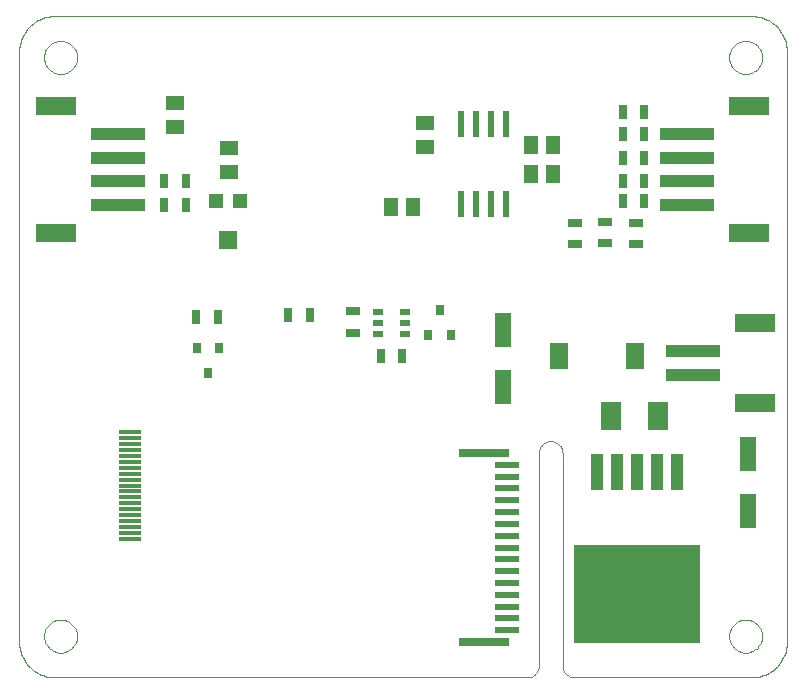
<source format=gtp>
G75*
%MOIN*%
%OFA0B0*%
%FSLAX24Y24*%
%IPPOS*%
%LPD*%
%AMOC8*
5,1,8,0,0,1.08239X$1,22.5*
%
%ADD10C,0.0000*%
%ADD11R,0.0512X0.0630*%
%ADD12R,0.0630X0.0512*%
%ADD13R,0.0591X0.0630*%
%ADD14R,0.0472X0.0472*%
%ADD15R,0.0315X0.0472*%
%ADD16R,0.1811X0.0394*%
%ADD17R,0.1339X0.0630*%
%ADD18R,0.0315X0.0354*%
%ADD19R,0.0354X0.0236*%
%ADD20R,0.0472X0.0315*%
%ADD21R,0.0787X0.0236*%
%ADD22R,0.1654X0.0276*%
%ADD23R,0.0748X0.0118*%
%ADD24R,0.0551X0.1181*%
%ADD25R,0.0400X0.1201*%
%ADD26R,0.4197X0.3299*%
%ADD27R,0.0591X0.0866*%
%ADD28R,0.0709X0.0945*%
%ADD29R,0.0240X0.0870*%
D10*
X001331Y000150D02*
X017079Y000150D01*
X017118Y000152D01*
X017156Y000158D01*
X017193Y000167D01*
X017230Y000180D01*
X017265Y000197D01*
X017298Y000216D01*
X017329Y000239D01*
X017358Y000265D01*
X017384Y000294D01*
X017407Y000325D01*
X017426Y000358D01*
X017443Y000393D01*
X017456Y000430D01*
X017465Y000467D01*
X017471Y000505D01*
X017473Y000544D01*
X017473Y007630D01*
X017475Y007669D01*
X017481Y007707D01*
X017490Y007744D01*
X017503Y007781D01*
X017520Y007816D01*
X017539Y007849D01*
X017562Y007880D01*
X017588Y007909D01*
X017617Y007935D01*
X017648Y007958D01*
X017681Y007977D01*
X017716Y007994D01*
X017753Y008007D01*
X017790Y008016D01*
X017828Y008022D01*
X017867Y008024D01*
X017906Y008022D01*
X017944Y008016D01*
X017981Y008007D01*
X018018Y007994D01*
X018053Y007977D01*
X018086Y007958D01*
X018117Y007935D01*
X018146Y007909D01*
X018172Y007880D01*
X018195Y007849D01*
X018214Y007816D01*
X018231Y007781D01*
X018244Y007744D01*
X018253Y007707D01*
X018259Y007669D01*
X018261Y007630D01*
X018260Y007630D02*
X018260Y000544D01*
X018262Y000505D01*
X018268Y000467D01*
X018277Y000430D01*
X018290Y000393D01*
X018307Y000358D01*
X018326Y000325D01*
X018349Y000294D01*
X018375Y000265D01*
X018404Y000239D01*
X018435Y000216D01*
X018468Y000197D01*
X018503Y000180D01*
X018540Y000167D01*
X018577Y000158D01*
X018615Y000152D01*
X018654Y000150D01*
X024559Y000150D01*
X024625Y000152D01*
X024691Y000157D01*
X024757Y000167D01*
X024822Y000180D01*
X024886Y000196D01*
X024949Y000216D01*
X025011Y000240D01*
X025071Y000267D01*
X025130Y000297D01*
X025187Y000331D01*
X025242Y000368D01*
X025295Y000408D01*
X025346Y000450D01*
X025394Y000496D01*
X025440Y000544D01*
X025482Y000595D01*
X025522Y000648D01*
X025559Y000703D01*
X025593Y000760D01*
X025623Y000819D01*
X025650Y000879D01*
X025674Y000941D01*
X025694Y001004D01*
X025710Y001068D01*
X025723Y001133D01*
X025733Y001199D01*
X025738Y001265D01*
X025740Y001331D01*
X025741Y001331D02*
X025741Y021016D01*
X025740Y021016D02*
X025738Y021082D01*
X025733Y021148D01*
X025723Y021214D01*
X025710Y021279D01*
X025694Y021343D01*
X025674Y021406D01*
X025650Y021468D01*
X025623Y021528D01*
X025593Y021587D01*
X025559Y021644D01*
X025522Y021699D01*
X025482Y021752D01*
X025440Y021803D01*
X025394Y021851D01*
X025346Y021897D01*
X025295Y021939D01*
X025242Y021979D01*
X025187Y022016D01*
X025130Y022050D01*
X025071Y022080D01*
X025011Y022107D01*
X024949Y022131D01*
X024886Y022151D01*
X024822Y022167D01*
X024757Y022180D01*
X024691Y022190D01*
X024625Y022195D01*
X024559Y022197D01*
X001331Y022197D01*
X001265Y022195D01*
X001199Y022190D01*
X001133Y022180D01*
X001068Y022167D01*
X001004Y022151D01*
X000941Y022131D01*
X000879Y022107D01*
X000819Y022080D01*
X000760Y022050D01*
X000703Y022016D01*
X000648Y021979D01*
X000595Y021939D01*
X000544Y021897D01*
X000496Y021851D01*
X000450Y021803D01*
X000408Y021752D01*
X000368Y021699D01*
X000331Y021644D01*
X000297Y021587D01*
X000267Y021528D01*
X000240Y021468D01*
X000216Y021406D01*
X000196Y021343D01*
X000180Y021279D01*
X000167Y021214D01*
X000157Y021148D01*
X000152Y021082D01*
X000150Y021016D01*
X000150Y001331D01*
X000152Y001265D01*
X000157Y001199D01*
X000167Y001133D01*
X000180Y001068D01*
X000196Y001004D01*
X000216Y000941D01*
X000240Y000879D01*
X000267Y000819D01*
X000297Y000760D01*
X000331Y000703D01*
X000368Y000648D01*
X000408Y000595D01*
X000450Y000544D01*
X000496Y000496D01*
X000544Y000450D01*
X000595Y000408D01*
X000648Y000368D01*
X000703Y000331D01*
X000760Y000297D01*
X000819Y000267D01*
X000879Y000240D01*
X000941Y000216D01*
X001004Y000196D01*
X001068Y000180D01*
X001133Y000167D01*
X001199Y000157D01*
X001265Y000152D01*
X001331Y000150D01*
X000977Y001528D02*
X000979Y001575D01*
X000985Y001621D01*
X000995Y001667D01*
X001008Y001712D01*
X001026Y001755D01*
X001047Y001797D01*
X001071Y001837D01*
X001099Y001874D01*
X001130Y001909D01*
X001164Y001942D01*
X001200Y001971D01*
X001239Y001997D01*
X001280Y002020D01*
X001323Y002039D01*
X001367Y002055D01*
X001412Y002067D01*
X001458Y002075D01*
X001505Y002079D01*
X001551Y002079D01*
X001598Y002075D01*
X001644Y002067D01*
X001689Y002055D01*
X001733Y002039D01*
X001776Y002020D01*
X001817Y001997D01*
X001856Y001971D01*
X001892Y001942D01*
X001926Y001909D01*
X001957Y001874D01*
X001985Y001837D01*
X002009Y001797D01*
X002030Y001755D01*
X002048Y001712D01*
X002061Y001667D01*
X002071Y001621D01*
X002077Y001575D01*
X002079Y001528D01*
X002077Y001481D01*
X002071Y001435D01*
X002061Y001389D01*
X002048Y001344D01*
X002030Y001301D01*
X002009Y001259D01*
X001985Y001219D01*
X001957Y001182D01*
X001926Y001147D01*
X001892Y001114D01*
X001856Y001085D01*
X001817Y001059D01*
X001776Y001036D01*
X001733Y001017D01*
X001689Y001001D01*
X001644Y000989D01*
X001598Y000981D01*
X001551Y000977D01*
X001505Y000977D01*
X001458Y000981D01*
X001412Y000989D01*
X001367Y001001D01*
X001323Y001017D01*
X001280Y001036D01*
X001239Y001059D01*
X001200Y001085D01*
X001164Y001114D01*
X001130Y001147D01*
X001099Y001182D01*
X001071Y001219D01*
X001047Y001259D01*
X001026Y001301D01*
X001008Y001344D01*
X000995Y001389D01*
X000985Y001435D01*
X000979Y001481D01*
X000977Y001528D01*
X023812Y001528D02*
X023814Y001575D01*
X023820Y001621D01*
X023830Y001667D01*
X023843Y001712D01*
X023861Y001755D01*
X023882Y001797D01*
X023906Y001837D01*
X023934Y001874D01*
X023965Y001909D01*
X023999Y001942D01*
X024035Y001971D01*
X024074Y001997D01*
X024115Y002020D01*
X024158Y002039D01*
X024202Y002055D01*
X024247Y002067D01*
X024293Y002075D01*
X024340Y002079D01*
X024386Y002079D01*
X024433Y002075D01*
X024479Y002067D01*
X024524Y002055D01*
X024568Y002039D01*
X024611Y002020D01*
X024652Y001997D01*
X024691Y001971D01*
X024727Y001942D01*
X024761Y001909D01*
X024792Y001874D01*
X024820Y001837D01*
X024844Y001797D01*
X024865Y001755D01*
X024883Y001712D01*
X024896Y001667D01*
X024906Y001621D01*
X024912Y001575D01*
X024914Y001528D01*
X024912Y001481D01*
X024906Y001435D01*
X024896Y001389D01*
X024883Y001344D01*
X024865Y001301D01*
X024844Y001259D01*
X024820Y001219D01*
X024792Y001182D01*
X024761Y001147D01*
X024727Y001114D01*
X024691Y001085D01*
X024652Y001059D01*
X024611Y001036D01*
X024568Y001017D01*
X024524Y001001D01*
X024479Y000989D01*
X024433Y000981D01*
X024386Y000977D01*
X024340Y000977D01*
X024293Y000981D01*
X024247Y000989D01*
X024202Y001001D01*
X024158Y001017D01*
X024115Y001036D01*
X024074Y001059D01*
X024035Y001085D01*
X023999Y001114D01*
X023965Y001147D01*
X023934Y001182D01*
X023906Y001219D01*
X023882Y001259D01*
X023861Y001301D01*
X023843Y001344D01*
X023830Y001389D01*
X023820Y001435D01*
X023814Y001481D01*
X023812Y001528D01*
X023812Y020819D02*
X023814Y020866D01*
X023820Y020912D01*
X023830Y020958D01*
X023843Y021003D01*
X023861Y021046D01*
X023882Y021088D01*
X023906Y021128D01*
X023934Y021165D01*
X023965Y021200D01*
X023999Y021233D01*
X024035Y021262D01*
X024074Y021288D01*
X024115Y021311D01*
X024158Y021330D01*
X024202Y021346D01*
X024247Y021358D01*
X024293Y021366D01*
X024340Y021370D01*
X024386Y021370D01*
X024433Y021366D01*
X024479Y021358D01*
X024524Y021346D01*
X024568Y021330D01*
X024611Y021311D01*
X024652Y021288D01*
X024691Y021262D01*
X024727Y021233D01*
X024761Y021200D01*
X024792Y021165D01*
X024820Y021128D01*
X024844Y021088D01*
X024865Y021046D01*
X024883Y021003D01*
X024896Y020958D01*
X024906Y020912D01*
X024912Y020866D01*
X024914Y020819D01*
X024912Y020772D01*
X024906Y020726D01*
X024896Y020680D01*
X024883Y020635D01*
X024865Y020592D01*
X024844Y020550D01*
X024820Y020510D01*
X024792Y020473D01*
X024761Y020438D01*
X024727Y020405D01*
X024691Y020376D01*
X024652Y020350D01*
X024611Y020327D01*
X024568Y020308D01*
X024524Y020292D01*
X024479Y020280D01*
X024433Y020272D01*
X024386Y020268D01*
X024340Y020268D01*
X024293Y020272D01*
X024247Y020280D01*
X024202Y020292D01*
X024158Y020308D01*
X024115Y020327D01*
X024074Y020350D01*
X024035Y020376D01*
X023999Y020405D01*
X023965Y020438D01*
X023934Y020473D01*
X023906Y020510D01*
X023882Y020550D01*
X023861Y020592D01*
X023843Y020635D01*
X023830Y020680D01*
X023820Y020726D01*
X023814Y020772D01*
X023812Y020819D01*
X000977Y020819D02*
X000979Y020866D01*
X000985Y020912D01*
X000995Y020958D01*
X001008Y021003D01*
X001026Y021046D01*
X001047Y021088D01*
X001071Y021128D01*
X001099Y021165D01*
X001130Y021200D01*
X001164Y021233D01*
X001200Y021262D01*
X001239Y021288D01*
X001280Y021311D01*
X001323Y021330D01*
X001367Y021346D01*
X001412Y021358D01*
X001458Y021366D01*
X001505Y021370D01*
X001551Y021370D01*
X001598Y021366D01*
X001644Y021358D01*
X001689Y021346D01*
X001733Y021330D01*
X001776Y021311D01*
X001817Y021288D01*
X001856Y021262D01*
X001892Y021233D01*
X001926Y021200D01*
X001957Y021165D01*
X001985Y021128D01*
X002009Y021088D01*
X002030Y021046D01*
X002048Y021003D01*
X002061Y020958D01*
X002071Y020912D01*
X002077Y020866D01*
X002079Y020819D01*
X002077Y020772D01*
X002071Y020726D01*
X002061Y020680D01*
X002048Y020635D01*
X002030Y020592D01*
X002009Y020550D01*
X001985Y020510D01*
X001957Y020473D01*
X001926Y020438D01*
X001892Y020405D01*
X001856Y020376D01*
X001817Y020350D01*
X001776Y020327D01*
X001733Y020308D01*
X001689Y020292D01*
X001644Y020280D01*
X001598Y020272D01*
X001551Y020268D01*
X001505Y020268D01*
X001458Y020272D01*
X001412Y020280D01*
X001367Y020292D01*
X001323Y020308D01*
X001280Y020327D01*
X001239Y020350D01*
X001200Y020376D01*
X001164Y020405D01*
X001130Y020438D01*
X001099Y020473D01*
X001071Y020510D01*
X001047Y020550D01*
X001026Y020592D01*
X001008Y020635D01*
X000995Y020680D01*
X000985Y020726D01*
X000979Y020772D01*
X000977Y020819D01*
D11*
X012534Y015820D03*
X013282Y015820D03*
X017207Y016931D03*
X017955Y016931D03*
X017955Y017891D03*
X017207Y017891D03*
D12*
X013692Y017837D03*
X013692Y018624D03*
X007158Y017788D03*
X007158Y017000D03*
X005347Y018496D03*
X005347Y019284D03*
D13*
X007119Y014717D03*
D14*
X007512Y016026D03*
X006725Y016026D03*
D15*
X005701Y015898D03*
X004993Y015898D03*
X004993Y016685D03*
X005701Y016685D03*
X006056Y012158D03*
X006764Y012158D03*
X009126Y012237D03*
X009835Y012237D03*
X012197Y010859D03*
X012906Y010859D03*
X020268Y016016D03*
X020977Y016016D03*
X020977Y016685D03*
X020268Y016685D03*
X020268Y017473D03*
X020977Y017473D03*
X020977Y018260D03*
X020268Y018260D03*
X020268Y019008D03*
X020977Y019008D03*
D16*
X022422Y018260D03*
X022422Y017473D03*
X022422Y016685D03*
X022422Y015898D03*
X022619Y011016D03*
X022619Y010229D03*
X003430Y015898D03*
X003430Y016685D03*
X003430Y017473D03*
X003430Y018260D03*
D17*
X001382Y019205D03*
X001382Y014953D03*
X024469Y014953D03*
X024666Y011961D03*
X024666Y009284D03*
X024469Y019205D03*
D18*
X014166Y012394D03*
X014540Y011567D03*
X013792Y011567D03*
X006823Y011134D03*
X006075Y011134D03*
X006449Y010307D03*
D19*
X012099Y011587D03*
X012099Y011961D03*
X012099Y012335D03*
X013004Y012335D03*
X013004Y011961D03*
X013004Y011587D03*
D20*
X011292Y011646D03*
X011292Y012355D03*
X018693Y014599D03*
X018693Y015307D03*
X019678Y015347D03*
X019678Y014638D03*
X020701Y014599D03*
X020701Y015307D03*
D21*
X016426Y007237D03*
X016426Y006843D03*
X016426Y006449D03*
X016426Y006056D03*
X016426Y005662D03*
X016426Y005268D03*
X016426Y004874D03*
X016426Y004481D03*
X016426Y004087D03*
X016426Y003693D03*
X016426Y003300D03*
X016426Y002906D03*
X016426Y002512D03*
X016426Y002119D03*
X016426Y001725D03*
D22*
X015638Y001331D03*
X015638Y007630D03*
D23*
X003855Y007532D03*
X003855Y007729D03*
X003855Y007926D03*
X003855Y008122D03*
X003855Y008319D03*
X003855Y007335D03*
X003855Y007138D03*
X003855Y006941D03*
X003855Y006744D03*
X003855Y006548D03*
X003855Y006351D03*
X003855Y006154D03*
X003855Y005957D03*
X003855Y005760D03*
X003855Y005563D03*
X003855Y005367D03*
X003855Y005170D03*
X003855Y004973D03*
X003855Y004776D03*
D24*
X016292Y009835D03*
X016292Y011725D03*
X024441Y007591D03*
X024441Y005701D03*
D25*
X022081Y007012D03*
X021411Y007012D03*
X020741Y007012D03*
X020070Y007012D03*
X019400Y007012D03*
D26*
X020741Y002945D03*
D27*
X020662Y010859D03*
X018142Y010859D03*
D28*
X019865Y008851D03*
X021459Y008851D03*
D29*
X016372Y015946D03*
X015872Y015946D03*
X015372Y015946D03*
X014872Y015946D03*
X014872Y018596D03*
X015372Y018596D03*
X015872Y018596D03*
X016372Y018596D03*
M02*

</source>
